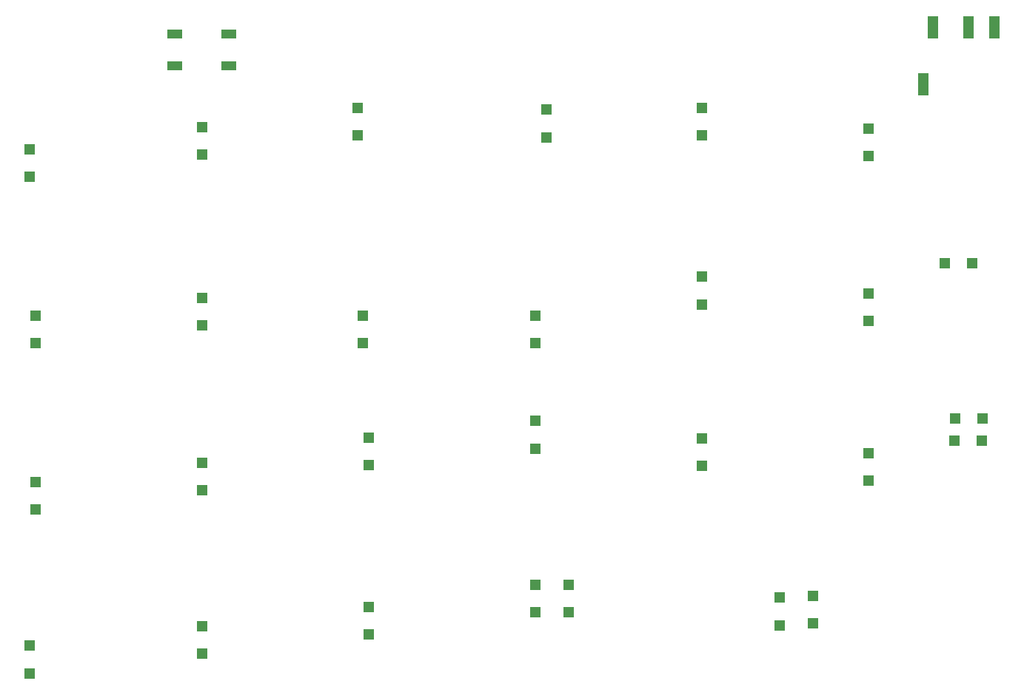
<source format=gbr>
G04 #@! TF.GenerationSoftware,KiCad,Pcbnew,(5.0.0)*
G04 #@! TF.CreationDate,2018-10-09T09:10:51-06:00*
G04 #@! TF.ProjectId,ErgoTravel,4572676F54726176656C2E6B69636164,rev?*
G04 #@! TF.SameCoordinates,Original*
G04 #@! TF.FileFunction,Paste,Bot*
G04 #@! TF.FilePolarity,Positive*
%FSLAX46Y46*%
G04 Gerber Fmt 4.6, Leading zero omitted, Abs format (unit mm)*
G04 Created by KiCad (PCBNEW (5.0.0)) date 10/09/18 09:10:51*
%MOMM*%
%LPD*%
G01*
G04 APERTURE LIST*
%ADD10R,1.200000X1.200000*%
%ADD11R,1.200000X2.500000*%
%ADD12R,1.800000X1.100000*%
G04 APERTURE END LIST*
D10*
G04 #@! TO.C,D1*
X93345000Y-66345000D03*
X93345000Y-63195000D03*
G04 #@! TD*
G04 #@! TO.C,D2*
X93980000Y-85395000D03*
X93980000Y-82245000D03*
G04 #@! TD*
G04 #@! TO.C,D3*
X93980000Y-104445000D03*
X93980000Y-101295000D03*
G04 #@! TD*
G04 #@! TO.C,D4*
X93345000Y-123190000D03*
X93345000Y-120040000D03*
G04 #@! TD*
G04 #@! TO.C,D5*
X113030000Y-63805000D03*
X113030000Y-60655000D03*
G04 #@! TD*
G04 #@! TO.C,D6*
X113030000Y-83330000D03*
X113030000Y-80180000D03*
G04 #@! TD*
G04 #@! TO.C,D7*
X113030000Y-102210000D03*
X113030000Y-99060000D03*
G04 #@! TD*
G04 #@! TO.C,D8*
X113030000Y-120955000D03*
X113030000Y-117805000D03*
G04 #@! TD*
G04 #@! TO.C,D9*
X130810000Y-61595000D03*
X130810000Y-58445000D03*
G04 #@! TD*
G04 #@! TO.C,D10*
X131445000Y-85395000D03*
X131445000Y-82245000D03*
G04 #@! TD*
G04 #@! TO.C,D11*
X132080000Y-99365000D03*
X132080000Y-96215000D03*
G04 #@! TD*
G04 #@! TO.C,D12*
X132080000Y-118720000D03*
X132080000Y-115570000D03*
G04 #@! TD*
G04 #@! TO.C,D13*
X152400000Y-61810000D03*
X152400000Y-58660000D03*
G04 #@! TD*
G04 #@! TO.C,D14*
X151130000Y-85395000D03*
X151130000Y-82245000D03*
G04 #@! TD*
G04 #@! TO.C,D15*
X151130000Y-97460000D03*
X151130000Y-94310000D03*
G04 #@! TD*
G04 #@! TO.C,D16*
X151130000Y-116180000D03*
X151130000Y-113030000D03*
G04 #@! TD*
G04 #@! TO.C,D17*
X170180000Y-61570000D03*
X170180000Y-58420000D03*
G04 #@! TD*
G04 #@! TO.C,D18*
X170180000Y-80950000D03*
X170180000Y-77800000D03*
G04 #@! TD*
G04 #@! TO.C,D19*
X170180000Y-99455000D03*
X170180000Y-96305000D03*
G04 #@! TD*
G04 #@! TO.C,D20*
X179070000Y-117690000D03*
X179070000Y-114540000D03*
G04 #@! TD*
G04 #@! TO.C,D21*
X189230000Y-63965000D03*
X189230000Y-60815000D03*
G04 #@! TD*
G04 #@! TO.C,D22*
X189230000Y-82855000D03*
X189230000Y-79705000D03*
G04 #@! TD*
G04 #@! TO.C,D23*
X189230000Y-101110000D03*
X189230000Y-97960000D03*
G04 #@! TD*
G04 #@! TO.C,D24*
X182880000Y-117475000D03*
X182880000Y-114325000D03*
G04 #@! TD*
G04 #@! TO.C,D25*
X197975000Y-76200000D03*
X201125000Y-76200000D03*
G04 #@! TD*
G04 #@! TO.C,D26*
X199175000Y-93980000D03*
X202325000Y-93980000D03*
G04 #@! TD*
G04 #@! TO.C,D27*
X199085000Y-96520000D03*
X202235000Y-96520000D03*
G04 #@! TD*
D11*
G04 #@! TO.C,J3*
X195575000Y-55750000D03*
X196675000Y-49250000D03*
X200675000Y-49250000D03*
X203675000Y-49250000D03*
G04 #@! TD*
D12*
G04 #@! TO.C,SW2*
X109930000Y-53666000D03*
X116130000Y-53666000D03*
X109930000Y-49966000D03*
X116130000Y-49966000D03*
G04 #@! TD*
D10*
G04 #@! TO.C,D28*
X154940000Y-116204999D03*
X154940000Y-113054999D03*
G04 #@! TD*
M02*

</source>
